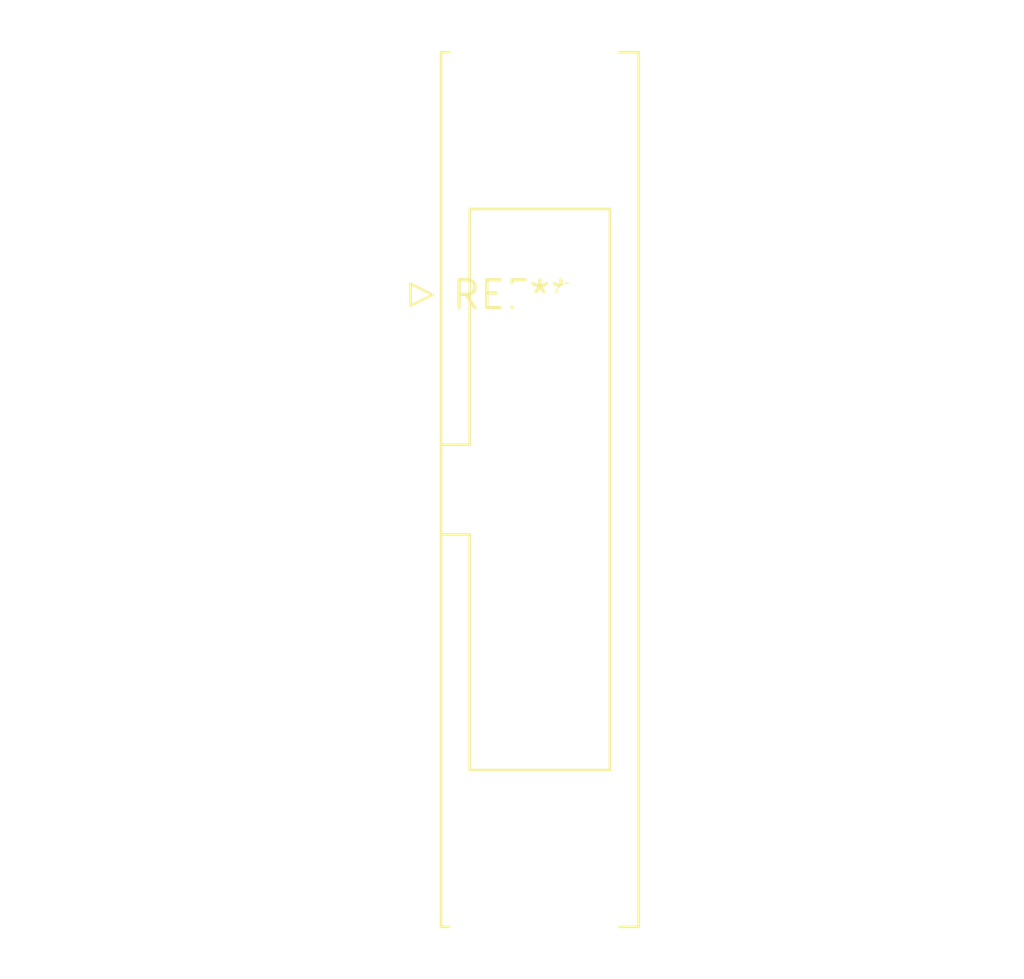
<source format=kicad_pcb>
(kicad_pcb (version 20240108) (generator pcbnew)
  (layers (0 "F.Cu" signal) (31 "B.Cu" signal) (34 "B.Paste" user) (35 "F.Paste" user) (36 "B.SilkS" user "B.Silkscreen") (37 "F.SilkS" user "F.Silkscreen") (38 "B.Mask" user) (39 "F.Mask" user) (44 "Edge.Cuts" user))
  (net 0 "")
  (footprint "IDC-Header_2x08-1MP_P2.54mm_Latch_Vertical" (layer "F.Cu") (at 0 0)
    (property "Reference" "REF**")
    (property "Value" "IDC-Header_2x08-1MP_P2.54mm_Latch_Vertical")
    (fp_line (start -4.63 -0.5) (end -4.63 0.5) (layer "F.SilkS") (stroke (width 0.12)))
    (fp_line (start -4.63 0.5) (end -3.63 0) (layer "F.SilkS") (stroke (width 0.12)))
    (fp_line (start -3.63 0) (end -4.63 -0.5) (layer "F.SilkS") (stroke (width 0.12)))
    (fp_line (start -3.24 -11.08) (end -3.24 28.86) (layer "F.SilkS") (stroke (width 0.12)))
    (fp_line (start -3.24 6.84) (end -1.93 6.84) (layer "F.SilkS") (stroke (width 0.12)))
    (fp_line (start -3.24 28.86) (end -2.87 28.86) (layer "F.SilkS") (stroke (width 0.12)))
    (fp_line (start -2.87 -11.08) (end -3.24 -11.08) (layer "F.SilkS") (stroke (width 0.12)))
    (fp_line (start -1.93 -3.92) (end 4.47 -3.92) (layer "F.SilkS") (stroke (width 0.12)))
    (fp_line (start -1.93 6.84) (end -1.93 -3.92) (layer "F.SilkS") (stroke (width 0.12)))
    (fp_line (start -1.93 10.94) (end -3.24 10.94) (layer "F.SilkS") (stroke (width 0.12)))
    (fp_line (start -1.93 10.94) (end -1.93 10.94) (layer "F.SilkS") (stroke (width 0.12)))
    (fp_line (start -1.93 21.7) (end -1.93 10.94) (layer "F.SilkS") (stroke (width 0.12)))
    (fp_line (start 4.47 -3.92) (end 4.47 21.7) (layer "F.SilkS") (stroke (width 0.12)))
    (fp_line (start 4.47 21.7) (end -1.93 21.7) (layer "F.SilkS") (stroke (width 0.12)))
    (fp_line (start 4.91 -11.08) (end 5.78 -11.08) (layer "F.SilkS") (stroke (width 0.12)))
    (fp_line (start 5.78 -11.08) (end 5.78 28.86) (layer "F.SilkS") (stroke (width 0.12)))
    (fp_line (start 5.78 28.86) (end 4.91 28.86) (layer "F.SilkS") (stroke (width 0.12)))
    (pad "1" thru_hole roundrect (at 0 0) (size 1.7 1.7) (drill 1) (layers *.Cu *.Mask) (remove_unused_layers) (roundrect_rratio 0.147059))
    (pad "2" thru_hole circle (at 2.54 0) (size 1.7 1.7) (drill 1) (layers *.Cu *.Mask) (remove_unused_layers))
    (pad "3" thru_hole circle (at 0 2.54) (size 1.7 1.7) (drill 1) (layers *.Cu *.Mask) (remove_unused_layers))
    (pad "4" thru_hole circle (at 2.54 2.54) (size 1.7 1.7) (drill 1) (layers *.Cu *.Mask) (remove_unused_layers))
    (pad "5" thru_hole circle (at 0 5.08) (size 1.7 1.7) (drill 1) (layers *.Cu *.Mask) (remove_unused_layers))
    (pad "6" thru_hole circle (at 2.54 5.08) (size 1.7 1.7) (drill 1) (layers *.Cu *.Mask) (remove_unused_layers))
    (pad "7" thru_hole circle (at 0 7.62) (size 1.7 1.7) (drill 1) (layers *.Cu *.Mask) (remove_unused_layers))
    (pad "8" thru_hole circle (at 2.54 7.62) (size 1.7 1.7) (drill 1) (layers *.Cu *.Mask) (remove_unused_layers))
    (pad "9" thru_hole circle (at 0 10.16) (size 1.7 1.7) (drill 1) (layers *.Cu *.Mask) (remove_unused_layers))
    (pad "10" thru_hole circle (at 2.54 10.16) (size 1.7 1.7) (drill 1) (layers *.Cu *.Mask) (remove_unused_layers))
    (pad "11" thru_hole circle (at 0 12.7) (size 1.7 1.7) (drill 1) (layers *.Cu *.Mask) (remove_unused_layers))
    (pad "12" thru_hole circle (at 2.54 12.7) (size 1.7 1.7) (drill 1) (layers *.Cu *.Mask) (remove_unused_layers))
    (pad "13" thru_hole circle (at 0 15.24) (size 1.7 1.7) (drill 1) (layers *.Cu *.Mask) (remove_unused_layers))
    (pad "14" thru_hole circle (at 2.54 15.24) (size 1.7 1.7) (drill 1) (layers *.Cu *.Mask) (remove_unused_layers))
    (pad "15" thru_hole circle (at 0 17.78) (size 1.7 1.7) (drill 1) (layers *.Cu *.Mask) (remove_unused_layers))
    (pad "16" thru_hole circle (at 2.54 17.78) (size 1.7 1.7) (drill 1) (layers *.Cu *.Mask) (remove_unused_layers))
    (pad "MP" thru_hole circle (at 1.02 -8.94) (size 8 8) (drill 2.69) (layers *.Cu *.Mask) (remove_unused_layers))
    (pad "MP" thru_hole circle (at 1.02 26.72) (size 8 8) (drill 2.69) (layers *.Cu *.Mask) (remove_unused_layers))
  )
)
</source>
